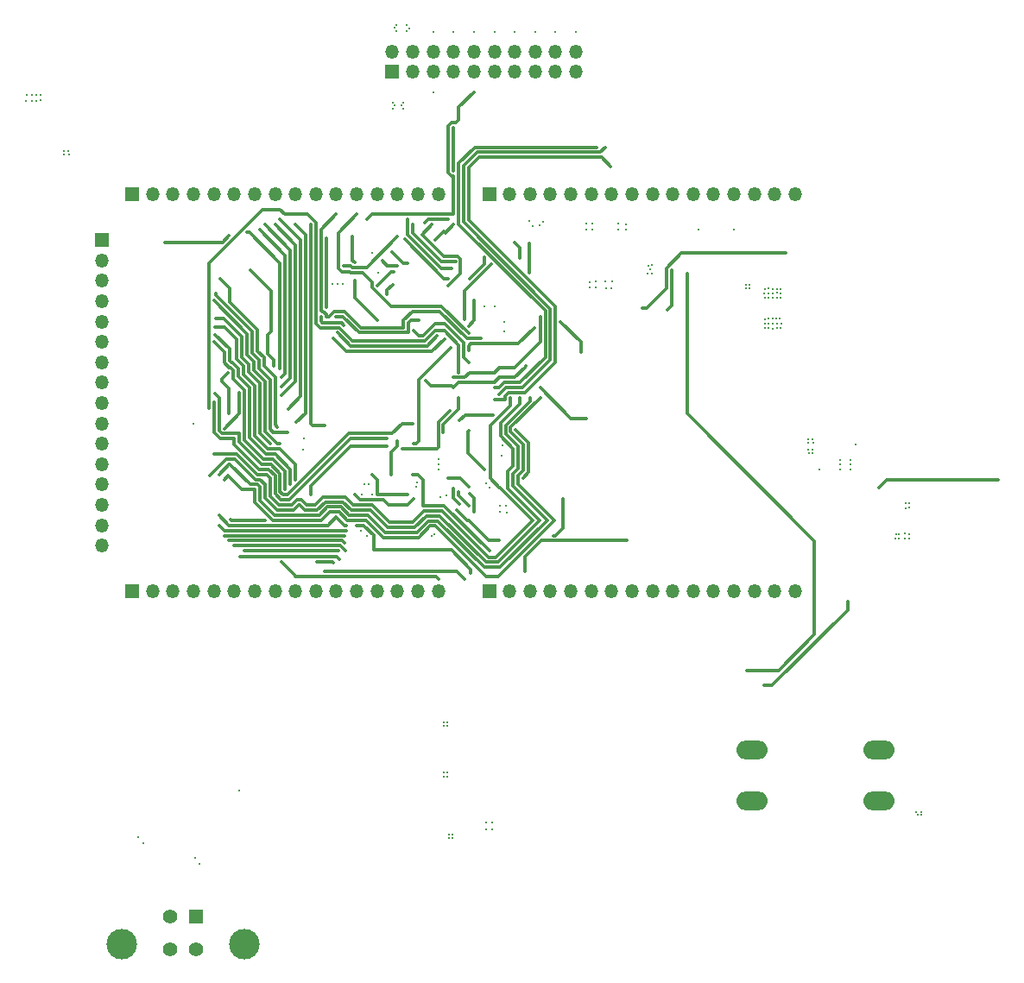
<source format=gbr>
%TF.GenerationSoftware,KiCad,Pcbnew,7.0.6*%
%TF.CreationDate,2023-08-18T22:01:19-04:00*%
%TF.ProjectId,mcu design,6d637520-6465-4736-9967-6e2e6b696361,rev?*%
%TF.SameCoordinates,Original*%
%TF.FileFunction,Copper,L4,Bot*%
%TF.FilePolarity,Positive*%
%FSLAX46Y46*%
G04 Gerber Fmt 4.6, Leading zero omitted, Abs format (unit mm)*
G04 Created by KiCad (PCBNEW 7.0.6) date 2023-08-18 22:01:19*
%MOMM*%
%LPD*%
G01*
G04 APERTURE LIST*
%TA.AperFunction,ComponentPad*%
%ADD10R,1.350000X1.350000*%
%TD*%
%TA.AperFunction,ComponentPad*%
%ADD11O,1.350000X1.350000*%
%TD*%
%TA.AperFunction,ComponentPad*%
%ADD12R,1.400000X1.400000*%
%TD*%
%TA.AperFunction,ComponentPad*%
%ADD13C,1.400000*%
%TD*%
%TA.AperFunction,ComponentPad*%
%ADD14C,3.000000*%
%TD*%
%TA.AperFunction,ComponentPad*%
%ADD15O,3.048000X1.850000*%
%TD*%
%TA.AperFunction,ViaPad*%
%ADD16C,0.300000*%
%TD*%
%TA.AperFunction,Conductor*%
%ADD17C,0.300000*%
%TD*%
G04 APERTURE END LIST*
D10*
%TO.P,J10,1,Pin_1*%
%TO.N,+3V3*%
X65500000Y-27000000D03*
D11*
%TO.P,J10,2,Pin_2*%
X65500000Y-25000000D03*
%TO.P,J10,3,Pin_3*%
%TO.N,GND*%
X67500000Y-27000000D03*
%TO.P,J10,4,Pin_4*%
X67500000Y-25000000D03*
%TO.P,J10,5,Pin_5*%
X69500000Y-27000000D03*
%TO.P,J10,6,Pin_6*%
X69500000Y-25000000D03*
%TO.P,J10,7,Pin_7*%
%TO.N,SWDIO*%
X71500000Y-27000000D03*
%TO.P,J10,8,Pin_8*%
%TO.N,GND*%
X71500000Y-25000000D03*
%TO.P,J10,9,Pin_9*%
%TO.N,SWDCLK*%
X73500000Y-27000000D03*
%TO.P,J10,10,Pin_10*%
%TO.N,GND*%
X73500000Y-25000000D03*
%TO.P,J10,11,Pin_11*%
%TO.N,unconnected-(J10-Pin_11-Pad11)*%
X75500000Y-27000000D03*
%TO.P,J10,12,Pin_12*%
%TO.N,GND*%
X75500000Y-25000000D03*
%TO.P,J10,13,Pin_13*%
%TO.N,unconnected-(J10-Pin_13-Pad13)*%
X77500000Y-27000000D03*
%TO.P,J10,14,Pin_14*%
%TO.N,GND*%
X77500000Y-25000000D03*
%TO.P,J10,15,Pin_15*%
%TO.N,NRST*%
X79500000Y-27000000D03*
%TO.P,J10,16,Pin_16*%
%TO.N,GND*%
X79500000Y-25000000D03*
%TO.P,J10,17,Pin_17*%
%TO.N,unconnected-(J10-Pin_17-Pad17)*%
X81500000Y-27000000D03*
%TO.P,J10,18,Pin_18*%
%TO.N,GND*%
X81500000Y-25000000D03*
%TO.P,J10,19,Pin_19*%
%TO.N,unconnected-(J10-Pin_19-Pad19)*%
X83500000Y-27000000D03*
%TO.P,J10,20,Pin_20*%
%TO.N,GND*%
X83500000Y-25000000D03*
%TD*%
D10*
%TO.P,J16,1,Pin_1*%
%TO.N,PORTB{slash}PIN0*%
X40000000Y-39000000D03*
D11*
%TO.P,J16,2,Pin_2*%
%TO.N,PORTB{slash}PIN1*%
X42000000Y-39000000D03*
%TO.P,J16,3,Pin_3*%
%TO.N,PORTB{slash}PIN2*%
X44000000Y-39000000D03*
%TO.P,J16,4,Pin_4*%
%TO.N,PORTB{slash}PIN3*%
X46000000Y-39000000D03*
%TO.P,J16,5,Pin_5*%
%TO.N,PORTB{slash}PIN4*%
X48000000Y-39000000D03*
%TO.P,J16,6,Pin_6*%
%TO.N,PORTB{slash}PIN5*%
X50000000Y-39000000D03*
%TO.P,J16,7,Pin_7*%
%TO.N,PORTB{slash}PIN6*%
X52000000Y-39000000D03*
%TO.P,J16,8,Pin_8*%
%TO.N,PORTB{slash}PIN7*%
X54000000Y-39000000D03*
%TO.P,J16,9,Pin_9*%
%TO.N,PORTB{slash}PIN8*%
X56000000Y-39000000D03*
%TO.P,J16,10,Pin_10*%
%TO.N,PORTB{slash}PIN9*%
X58000000Y-39000000D03*
%TO.P,J16,11,Pin_11*%
%TO.N,PORTB{slash}PIN10*%
X60000000Y-39000000D03*
%TO.P,J16,12,Pin_12*%
%TO.N,PORTB{slash}PIN11*%
X62000000Y-39000000D03*
%TO.P,J16,13,Pin_13*%
%TO.N,PORTB{slash}PIN12*%
X64000000Y-39000000D03*
%TO.P,J16,14,Pin_14*%
%TO.N,PORTB{slash}PIN13*%
X66000000Y-39000000D03*
%TO.P,J16,15,Pin_15*%
%TO.N,PORTB{slash}PIN14*%
X68000000Y-39000000D03*
%TO.P,J16,16,Pin_16*%
%TO.N,PORTB{slash}PIN15*%
X70000000Y-39000000D03*
%TD*%
D10*
%TO.P,J11,1,Pin_1*%
%TO.N,PORTE{slash}PIN0*%
X37000000Y-43500000D03*
D11*
%TO.P,J11,2,Pin_2*%
%TO.N,PORTE{slash}PIN1*%
X37000000Y-45500000D03*
%TO.P,J11,3,Pin_3*%
%TO.N,PORTE{slash}PIN2*%
X37000000Y-47500000D03*
%TO.P,J11,4,Pin_4*%
%TO.N,PORTE{slash}PIN3*%
X37000000Y-49500000D03*
%TO.P,J11,5,Pin_5*%
%TO.N,PORTE{slash}PIN4*%
X37000000Y-51500000D03*
%TO.P,J11,6,Pin_6*%
%TO.N,PORTE{slash}PIN5*%
X37000000Y-53500000D03*
%TO.P,J11,7,Pin_7*%
%TO.N,PORTE{slash}PIN6*%
X37000000Y-55500000D03*
%TO.P,J11,8,Pin_8*%
%TO.N,PORTE{slash}PIN7*%
X37000000Y-57500000D03*
%TO.P,J11,9,Pin_9*%
%TO.N,PORTE{slash}PIN8*%
X37000000Y-59500000D03*
%TO.P,J11,10,Pin_10*%
%TO.N,PORTE{slash}PIN9*%
X37000000Y-61500000D03*
%TO.P,J11,11,Pin_11*%
%TO.N,PORTE{slash}PIN10*%
X37000000Y-63500000D03*
%TO.P,J11,12,Pin_12*%
%TO.N,PORTE{slash}PIN11*%
X37000000Y-65500000D03*
%TO.P,J11,13,Pin_13*%
%TO.N,PORTE{slash}PIN12*%
X37000000Y-67500000D03*
%TO.P,J11,14,Pin_14*%
%TO.N,PORTE{slash}PIN13*%
X37000000Y-69500000D03*
%TO.P,J11,15,Pin_15*%
%TO.N,PORTE{slash}PIN14*%
X37000000Y-71500000D03*
%TO.P,J11,16,Pin_16*%
%TO.N,PORTE{slash}PIN15*%
X37000000Y-73500000D03*
%TD*%
D12*
%TO.P,J12,1,VBUS*%
%TO.N,+5V*%
X46230000Y-109890000D03*
D13*
%TO.P,J12,2,D-*%
%TO.N,Net-(J12-D-)*%
X43730000Y-109890000D03*
%TO.P,J12,3,D+*%
%TO.N,Net-(J12-D+)*%
X43730000Y-113090000D03*
%TO.P,J12,4,GND*%
%TO.N,GND*%
X46230000Y-113090000D03*
D14*
%TO.P,J12,5,Shield*%
%TO.N,unconnected-(J12-Shield-Pad5)*%
X38960000Y-112600000D03*
X51000000Y-112600000D03*
%TD*%
D15*
%TO.P,SW4,1,1*%
%TO.N,Net-(R7-Pad2)*%
X100760000Y-93500000D03*
X113260000Y-93500000D03*
%TO.P,SW4,2,2*%
%TO.N,GND*%
X100760000Y-98500000D03*
X113260000Y-98500000D03*
%TD*%
D10*
%TO.P,J2,1,Pin_1*%
%TO.N,unconnected-(J2-Pin_1-Pad1)*%
X75000000Y-39000000D03*
D11*
%TO.P,J2,2,Pin_2*%
%TO.N,unconnected-(J2-Pin_2-Pad2)*%
X77000000Y-39000000D03*
%TO.P,J2,3,Pin_3*%
%TO.N,3V3*%
X79000000Y-39000000D03*
%TO.P,J2,4,Pin_4*%
%TO.N,unconnected-(J2-Pin_4-Pad4)*%
X81000000Y-39000000D03*
%TO.P,J2,5,Pin_5*%
%TO.N,Net-(J2-Pin_5)*%
X83000000Y-39000000D03*
%TO.P,J2,6,Pin_6*%
%TO.N,unconnected-(J2-Pin_6-Pad6)*%
X85000000Y-39000000D03*
%TO.P,J2,7,Pin_7*%
%TO.N,unconnected-(J2-Pin_7-Pad7)*%
X87000000Y-39000000D03*
%TO.P,J2,8,Pin_8*%
%TO.N,unconnected-(J2-Pin_8-Pad8)*%
X89000000Y-39000000D03*
%TO.P,J2,9,Pin_9*%
%TO.N,unconnected-(J2-Pin_9-Pad9)*%
X91000000Y-39000000D03*
%TO.P,J2,10,Pin_10*%
%TO.N,unconnected-(J2-Pin_10-Pad10)*%
X93000000Y-39000000D03*
%TO.P,J2,11,Pin_11*%
%TO.N,GND*%
X95000000Y-39000000D03*
%TO.P,J2,12,Pin_12*%
%TO.N,unconnected-(J2-Pin_12-Pad12)*%
X97000000Y-39000000D03*
%TO.P,J2,13,Pin_13*%
%TO.N,GND*%
X99000000Y-39000000D03*
%TO.P,J2,14,Pin_14*%
%TO.N,unconnected-(J2-Pin_14-Pad14)*%
X101000000Y-39000000D03*
%TO.P,J2,15,Pin_15*%
%TO.N,unconnected-(J2-Pin_15-Pad15)*%
X103000000Y-39000000D03*
%TO.P,J2,16,Pin_16*%
%TO.N,unconnected-(J2-Pin_16-Pad16)*%
X105000000Y-39000000D03*
%TD*%
D10*
%TO.P,J13,1,Pin_1*%
%TO.N,PORTC{slash}PIN0*%
X75000000Y-78000000D03*
D11*
%TO.P,J13,2,Pin_2*%
%TO.N,PORTC{slash}PIN1*%
X77000000Y-78000000D03*
%TO.P,J13,3,Pin_3*%
%TO.N,PORTC{slash}PIN2*%
X79000000Y-78000000D03*
%TO.P,J13,4,Pin_4*%
%TO.N,PORTC{slash}PIN3*%
X81000000Y-78000000D03*
%TO.P,J13,5,Pin_5*%
%TO.N,PORTC{slash}PIN4*%
X83000000Y-78000000D03*
%TO.P,J13,6,Pin_6*%
%TO.N,PORTC{slash}PIN5*%
X85000000Y-78000000D03*
%TO.P,J13,7,Pin_7*%
%TO.N,PORTC{slash}PIN6*%
X87000000Y-78000000D03*
%TO.P,J13,8,Pin_8*%
%TO.N,PORTC{slash}PIN7*%
X89000000Y-78000000D03*
%TO.P,J13,9,Pin_9*%
%TO.N,PORTC{slash}PIN8*%
X91000000Y-78000000D03*
%TO.P,J13,10,Pin_10*%
%TO.N,PORTC{slash}PIN9*%
X93000000Y-78000000D03*
%TO.P,J13,11,Pin_11*%
%TO.N,PORTC{slash}PIN10*%
X95000000Y-78000000D03*
%TO.P,J13,12,Pin_12*%
%TO.N,PORTC{slash}PIN11*%
X97000000Y-78000000D03*
%TO.P,J13,13,Pin_13*%
%TO.N,PORTC{slash}PIN12*%
X99000000Y-78000000D03*
%TO.P,J13,14,Pin_14*%
%TO.N,PORTC{slash}PIN13*%
X101000000Y-78000000D03*
%TO.P,J13,15,Pin_15*%
%TO.N,PORTC{slash}PIN14*%
X103000000Y-78000000D03*
%TO.P,J13,16,Pin_16*%
%TO.N,PORTC{slash}PIN15*%
X105000000Y-78000000D03*
%TD*%
D10*
%TO.P,J15,1,Pin_1*%
%TO.N,PORTA{slash}PIN0*%
X40000000Y-78000000D03*
D11*
%TO.P,J15,2,Pin_2*%
%TO.N,PORTA{slash}PIN1*%
X42000000Y-78000000D03*
%TO.P,J15,3,Pin_3*%
%TO.N,PORTA{slash}PIN2*%
X44000000Y-78000000D03*
%TO.P,J15,4,Pin_4*%
%TO.N,PORTA{slash}PIN3*%
X46000000Y-78000000D03*
%TO.P,J15,5,Pin_5*%
%TO.N,PORTA{slash}PIN4*%
X48000000Y-78000000D03*
%TO.P,J15,6,Pin_6*%
%TO.N,PORTA{slash}PIN5*%
X50000000Y-78000000D03*
%TO.P,J15,7,Pin_7*%
%TO.N,PORTA{slash}PIN6*%
X52000000Y-78000000D03*
%TO.P,J15,8,Pin_8*%
%TO.N,PORTA{slash}PIN7*%
X54000000Y-78000000D03*
%TO.P,J15,9,Pin_9*%
%TO.N,PORTA{slash}PIN8*%
X56000000Y-78000000D03*
%TO.P,J15,10,Pin_10*%
%TO.N,unconnected-(J15-Pin_10-Pad10)*%
X58000000Y-78000000D03*
%TO.P,J15,11,Pin_11*%
%TO.N,unconnected-(J15-Pin_11-Pad11)*%
X60000000Y-78000000D03*
%TO.P,J15,12,Pin_12*%
%TO.N,PORTA{slash}PIN11*%
X62000000Y-78000000D03*
%TO.P,J15,13,Pin_13*%
%TO.N,PORTA{slash}PIN12*%
X64000000Y-78000000D03*
%TO.P,J15,14,Pin_14*%
%TO.N,unconnected-(J15-Pin_14-Pad14)*%
X66000000Y-78000000D03*
%TO.P,J15,15,Pin_15*%
%TO.N,unconnected-(J15-Pin_15-Pad15)*%
X68000000Y-78000000D03*
%TO.P,J15,16,Pin_16*%
%TO.N,PORTA{slash}PIN15*%
X70000000Y-78000000D03*
%TD*%
D16*
%TO.N,GND*%
X116170000Y-72770000D03*
X60142000Y-47800000D03*
X99840000Y-97820000D03*
X75290000Y-101360000D03*
X74710000Y-100670000D03*
X75500000Y-23100000D03*
X110400000Y-65550000D03*
X45840000Y-113520000D03*
X46120000Y-104100000D03*
X99800000Y-98200000D03*
X62980000Y-72520000D03*
X60642000Y-47800000D03*
X112430000Y-99150000D03*
X117400000Y-99600000D03*
X75500000Y-50000000D03*
X103210000Y-48700000D03*
X110900000Y-63550000D03*
X103210000Y-48290000D03*
X102050000Y-49210000D03*
X103540000Y-48290000D03*
X46710000Y-113460000D03*
X87670000Y-41910000D03*
X101660000Y-97810000D03*
X83500000Y-23100000D03*
X114190000Y-99090000D03*
X56790000Y-62930000D03*
X30130000Y-29300000D03*
X85080000Y-42500000D03*
X29620000Y-29300000D03*
X67800000Y-67700000D03*
X112260000Y-98780000D03*
X66900000Y-22400000D03*
X117000000Y-99900000D03*
X115820000Y-69790000D03*
X100500000Y-48280000D03*
X114280000Y-98140000D03*
X106290000Y-63390000D03*
X74700000Y-101360000D03*
X106290000Y-63090000D03*
X90970000Y-45920000D03*
X116210000Y-69780000D03*
X106750000Y-63400000D03*
X107400000Y-66050000D03*
X117400000Y-99900000D03*
X101670000Y-99120000D03*
X87670000Y-42520000D03*
X116900000Y-99600000D03*
X114310000Y-98670000D03*
X69500000Y-29000000D03*
X67900000Y-67300000D03*
X41040000Y-102650000D03*
X99000000Y-42500000D03*
X87020000Y-47590000D03*
X30580000Y-29310000D03*
X69340000Y-72550000D03*
X66560000Y-30000000D03*
X70000000Y-65500000D03*
X86400000Y-47600000D03*
X101980000Y-48730000D03*
X101820000Y-98240000D03*
X87000000Y-48210000D03*
X90560000Y-46830000D03*
X73500000Y-23100000D03*
X76730000Y-70230000D03*
X70000000Y-66000000D03*
X112220000Y-98310000D03*
X101830000Y-98710000D03*
X114000000Y-97780000D03*
X109400000Y-65050000D03*
X75310000Y-100680000D03*
X30970000Y-29270000D03*
X110400000Y-65050000D03*
X46830000Y-113070000D03*
X103550000Y-49180000D03*
X50500000Y-97500000D03*
X80280000Y-41740000D03*
X85070000Y-41880000D03*
X102840000Y-48290000D03*
X45630000Y-113090000D03*
X62450000Y-72010000D03*
X69500000Y-23100000D03*
X81500000Y-23100000D03*
X70000000Y-65000000D03*
X106720000Y-63090000D03*
X102420000Y-49180000D03*
X40560000Y-102060000D03*
X66900000Y-23000000D03*
X102390000Y-48720000D03*
X115800000Y-72320000D03*
X75030000Y-67810000D03*
X79940000Y-42080000D03*
X71500000Y-23100000D03*
X66560000Y-30600000D03*
X99740000Y-98650000D03*
X110400000Y-66050000D03*
X62500000Y-68500000D03*
X115830000Y-69340000D03*
X88380000Y-42490000D03*
X88390000Y-41940000D03*
X102810000Y-48710000D03*
X66360000Y-30330000D03*
X77500000Y-23100000D03*
X99870000Y-99110000D03*
X74670000Y-67360000D03*
X102050000Y-48290000D03*
X30550000Y-29850000D03*
X30990000Y-29820000D03*
X116190000Y-72350000D03*
X46200000Y-112500000D03*
X102810000Y-49180000D03*
X115800000Y-72800000D03*
X100510000Y-47900000D03*
X102400000Y-48280000D03*
X86450000Y-48220000D03*
X100190000Y-48270000D03*
X76670000Y-69550000D03*
X67180000Y-22730000D03*
X46220000Y-113670000D03*
X95500000Y-42500000D03*
X46620000Y-104680000D03*
X76090000Y-69590000D03*
X84520000Y-41880000D03*
X90740000Y-46380000D03*
X112290000Y-97900000D03*
X109400000Y-66050000D03*
X100190000Y-47890000D03*
X103590000Y-48710000D03*
X76260000Y-64650000D03*
X29570000Y-29840000D03*
X45790000Y-112700000D03*
X90950000Y-46810000D03*
X84510000Y-42500000D03*
X103230000Y-49180000D03*
X63500000Y-68500000D03*
X30140000Y-29830000D03*
X76500000Y-52500000D03*
X116200000Y-69320000D03*
X90570000Y-46020000D03*
X46660000Y-112670000D03*
X79500000Y-23100000D03*
X76050000Y-70180000D03*
X69640000Y-72370000D03*
X109400000Y-65550000D03*
%TO.N,Net-(U3-SW)*%
X92480000Y-50350000D03*
X92880000Y-46460000D03*
%TO.N,RESETSW*%
X104060000Y-44780000D03*
X89980000Y-50200000D03*
X124940000Y-67060000D03*
X113240000Y-67790000D03*
%TO.N,+3V3*%
X65560000Y-30600000D03*
X102830000Y-51690000D03*
X114830000Y-72790000D03*
X33320000Y-34740000D03*
X102420000Y-52170000D03*
X115180000Y-72380000D03*
X33320000Y-35100000D03*
X71020000Y-101830000D03*
X76270000Y-63630000D03*
X102410000Y-51210000D03*
X76500000Y-51500000D03*
X102050000Y-52140000D03*
X63520000Y-44750000D03*
X56730000Y-64040000D03*
X65560000Y-30000000D03*
X103520000Y-51220000D03*
X65740000Y-30310000D03*
X70210000Y-68760000D03*
X74500000Y-50000000D03*
X70520000Y-95780000D03*
X106310000Y-64070000D03*
X103190000Y-52170000D03*
X64070000Y-46750000D03*
X103150000Y-51210000D03*
X65900000Y-23000000D03*
X71030000Y-102160000D03*
X71380000Y-102160000D03*
X103610000Y-51680000D03*
X102800000Y-52200000D03*
X102790000Y-51190000D03*
X70910000Y-96200000D03*
X103550000Y-52160000D03*
X115160000Y-72780000D03*
X106340000Y-64380000D03*
X70530000Y-91200000D03*
X63220000Y-67490000D03*
X33770000Y-35100000D03*
X59642000Y-47800000D03*
X114870000Y-72370000D03*
X70890000Y-90800000D03*
X70910000Y-91200000D03*
X70830000Y-68530000D03*
X65900000Y-22400000D03*
X106710000Y-64090000D03*
X59142000Y-47800000D03*
X102400000Y-51690000D03*
X65680000Y-22680000D03*
X70550000Y-90790000D03*
X33710000Y-34740000D03*
X70520000Y-96200000D03*
X62730000Y-67490000D03*
X71400000Y-101820000D03*
X70870000Y-95780000D03*
X106720000Y-64410000D03*
X103230000Y-51720000D03*
X102000000Y-51670000D03*
X102020000Y-51260000D03*
%TO.N,Net-(U1-PA9)*%
X64040000Y-47980000D03*
X65650000Y-46650000D03*
%TO.N,Net-(D2-K)*%
X101920000Y-87180000D03*
X110130000Y-79010000D03*
%TO.N,Net-(U1-PA10)*%
X66000000Y-46000000D03*
X64500000Y-45500000D03*
%TO.N,PORTE{slash}PIN3*%
X53505519Y-63500882D03*
X48200000Y-51220000D03*
%TO.N,PORTE{slash}PIN1*%
X48180000Y-48730000D03*
X55230000Y-62403000D03*
%TO.N,PORTB{slash}PIN8*%
X56080000Y-61403500D03*
X56000000Y-42000000D03*
%TO.N,Net-(SW2-B)*%
X49498247Y-43088246D03*
X51610000Y-46450000D03*
X43240000Y-43720000D03*
X53850000Y-55900000D03*
%TO.N,PORTB{slash}PIN4*%
X52500000Y-42500000D03*
X54668906Y-56961094D03*
%TO.N,PORTB{slash}PIN3*%
X54500000Y-56100000D03*
X51249646Y-42749648D03*
%TO.N,PORTA{slash}PIN15*%
X54664835Y-75095250D03*
X70000000Y-76800000D03*
%TO.N,SWDCLK*%
X63000000Y-41500000D03*
X59055743Y-50142294D03*
X59000000Y-43292893D03*
X73500000Y-29000000D03*
%TO.N,SWDIO*%
X68700000Y-41800000D03*
X71500929Y-36719685D03*
X66000000Y-43200000D03*
X71000000Y-41500000D03*
X60699500Y-46025446D03*
X71500000Y-32500000D03*
%TO.N,PORTE{slash}PIN4*%
X56000000Y-67000000D03*
X48140000Y-52070000D03*
%TO.N,PORTE{slash}PIN2*%
X54500000Y-63500000D03*
X48000000Y-49460000D03*
%TO.N,PORTB{slash}PIN9*%
X57500000Y-42000000D03*
X58825000Y-61675000D03*
%TO.N,PORTB{slash}PIN7*%
X54500000Y-41500000D03*
X55270000Y-60060000D03*
%TO.N,PORTB{slash}PIN6*%
X54000000Y-42000000D03*
X54650000Y-58730000D03*
%TO.N,PORTC{slash}PIN12*%
X67000000Y-45800000D03*
X78000000Y-45299500D03*
X69700000Y-43500000D03*
X64000000Y-51400000D03*
X61800000Y-45700000D03*
X71500000Y-42000000D03*
X77514109Y-43786391D03*
X61600000Y-43200000D03*
X65500000Y-44700000D03*
X61800000Y-47500000D03*
%TO.N,PORTC{slash}PIN10*%
X60100000Y-52600000D03*
X73010287Y-54300000D03*
X79399500Y-52105225D03*
X69900000Y-52900000D03*
%TO.N,PORTC{slash}PIN13*%
X67000000Y-68500000D03*
X76000000Y-72922282D03*
X88500000Y-73000000D03*
X63500000Y-66500000D03*
X78500000Y-76000000D03*
X71853351Y-70000500D03*
%TO.N,PORTE{slash}PIN5*%
X55500000Y-67500000D03*
X48110000Y-52780000D03*
%TO.N,PORTE{slash}PIN0*%
X48580000Y-47280000D03*
X54230000Y-61850000D03*
%TO.N,PORTB{slash}PIN5*%
X53000000Y-42000000D03*
X54610000Y-57900000D03*
%TO.N,PORTC{slash}PIN11*%
X70600000Y-53200000D03*
X75213859Y-45886141D03*
X72600000Y-51300000D03*
X59726041Y-53175000D03*
%TO.N,PORTC{slash}PIN14*%
X68793247Y-57293247D03*
X78614380Y-55885620D03*
X84500000Y-61000000D03*
X80000000Y-58000000D03*
%TO.N,PORTE{slash}PIN6*%
X48010000Y-53490000D03*
X55000000Y-68000000D03*
%TO.N,PORTC{slash}PIN9*%
X65000000Y-48800000D03*
X65514213Y-47900000D03*
%TO.N,PORTC{slash}PIN15*%
X71500000Y-57000000D03*
X84000000Y-54500000D03*
X82000000Y-51500000D03*
X80000000Y-51000000D03*
%TO.N,PORTC{slash}PIN0*%
X67500000Y-66500000D03*
X75000987Y-74001690D03*
%TO.N,NRST*%
X73046800Y-47346800D03*
X67605512Y-63500889D03*
X78900000Y-43800000D03*
X78900000Y-46700000D03*
X72965700Y-51934300D03*
X74513859Y-45186141D03*
X71200000Y-54100000D03*
X73500000Y-49400000D03*
%TO.N,PORTC{slash}PIN1*%
X58900000Y-75975500D03*
X72600000Y-76800000D03*
X65348500Y-66500000D03*
X66000000Y-63200500D03*
%TO.N,PORTC{slash}PIN2*%
X72100000Y-61200500D03*
X75386141Y-60675500D03*
%TO.N,PORTC{slash}PIN3*%
X67600000Y-68899500D03*
X58100000Y-75095250D03*
X62000000Y-71500000D03*
X59700000Y-75200000D03*
X61800000Y-68500000D03*
X73200000Y-76200000D03*
%TO.N,PORTA{slash}PIN2*%
X60802823Y-72500000D03*
X49000000Y-72500000D03*
X73500000Y-70140000D03*
X73080000Y-68379179D03*
%TO.N,PORTA{slash}PIN5*%
X60181505Y-74000000D03*
X51000000Y-74000000D03*
%TO.N,PORTB{slash}PIN15*%
X69400000Y-41999500D03*
X70999099Y-48000901D03*
%TO.N,PORTB{slash}PIN14*%
X70999099Y-47294501D03*
X66716068Y-43422468D03*
%TO.N,PORTB{slash}PIN13*%
X71293600Y-46293600D03*
X67000000Y-41500500D03*
%TO.N,PORTA{slash}PIN0*%
X72108907Y-69401093D03*
X71500000Y-67880000D03*
X48500000Y-70500000D03*
X61000000Y-71500000D03*
%TO.N,PORTA{slash}PIN3*%
X60797858Y-73202142D03*
X49500000Y-73000000D03*
%TO.N,PORTA{slash}PIN6*%
X82200000Y-68907106D03*
X60285427Y-74810323D03*
X78335566Y-66835566D03*
X81294501Y-72499099D03*
X50595750Y-74595750D03*
X77603200Y-62103200D03*
%TO.N,PORTB{slash}PIN2*%
X85500000Y-34400000D03*
X75500000Y-58000000D03*
%TO.N,PORTE{slash}PIN8*%
X65000000Y-62999500D03*
X72000000Y-59000000D03*
X48000000Y-59400000D03*
X70499141Y-62407819D03*
%TO.N,PORTE{slash}PIN10*%
X49399500Y-56500000D03*
X68103450Y-51397050D03*
X59998337Y-51000957D03*
X49500000Y-60500000D03*
%TO.N,PORTE{slash}PIN12*%
X77066381Y-59022127D03*
X48000000Y-64500000D03*
%TO.N,PORTB{slash}PIN10*%
X74175000Y-53175000D03*
X60000000Y-41000000D03*
%TO.N,PORTB{slash}PIN11*%
X62000000Y-41000000D03*
X73000000Y-52675000D03*
%TO.N,PORTB{slash}PIN12*%
X71690400Y-45600000D03*
X67500000Y-42000000D03*
%TO.N,+3.3VA*%
X70990000Y-66850000D03*
X72999500Y-67683246D03*
%TO.N,PORTA{slash}PIN1*%
X72040000Y-68250000D03*
X61000000Y-72000000D03*
X48500000Y-71500000D03*
X73000000Y-69585786D03*
%TO.N,PORTA{slash}PIN4*%
X73000000Y-62200000D03*
X60902534Y-74013924D03*
X50000000Y-73500000D03*
X74500000Y-66000000D03*
%TO.N,PORTA{slash}PIN7*%
X57500000Y-68500000D03*
X71100000Y-60300000D03*
X49603200Y-70896800D03*
X66500000Y-64000000D03*
X65000000Y-63700000D03*
X53051866Y-71000904D03*
%TO.N,PORTB{slash}PIN0*%
X86900000Y-36300000D03*
X75500000Y-59174500D03*
%TO.N,PORTB{slash}PIN1*%
X76000000Y-58675000D03*
X86400500Y-34400000D03*
%TO.N,PORTE{slash}PIN7*%
X48100000Y-58600000D03*
X67500000Y-61500000D03*
%TO.N,PORTE{slash}PIN9*%
X72000000Y-56500000D03*
X47500000Y-60000000D03*
X46000000Y-61500000D03*
%TO.N,PORTE{slash}PIN11*%
X49000000Y-62000000D03*
X67600000Y-52400000D03*
X50500500Y-58494775D03*
X73000000Y-55500000D03*
X58500000Y-51000000D03*
X60767085Y-51853579D03*
%TO.N,PORTE{slash}PIN13*%
X78000000Y-59000000D03*
X47603200Y-66603200D03*
%TO.N,PORTE{slash}PIN14*%
X48500000Y-66500000D03*
X79000000Y-59000000D03*
%TO.N,PORTE{slash}PIN15*%
X49000000Y-67000000D03*
X80000000Y-59000000D03*
%TO.N,Net-(Q1-S)*%
X94380000Y-46770000D03*
X100290000Y-85710000D03*
%TO.N,3V3*%
X84860000Y-48190000D03*
X85440000Y-47580000D03*
X84860000Y-47620000D03*
X85420000Y-48190000D03*
X79300000Y-42130000D03*
X78920000Y-41670000D03*
%TD*%
D17*
%TO.N,Net-(U3-SW)*%
X92880000Y-46460000D02*
X92880000Y-49950000D01*
X92880000Y-49950000D02*
X92480000Y-50350000D01*
%TO.N,RESETSW*%
X90450000Y-50200000D02*
X89980000Y-50200000D01*
X92380000Y-46252893D02*
X92380000Y-48270000D01*
X93852893Y-44780000D02*
X92380000Y-46252893D01*
X124940000Y-67060000D02*
X113970000Y-67060000D01*
X92380000Y-48270000D02*
X90450000Y-50200000D01*
X113970000Y-67060000D02*
X113240000Y-67790000D01*
X104060000Y-44780000D02*
X93852893Y-44780000D01*
%TO.N,Net-(U1-PA9)*%
X65650000Y-46650000D02*
X65370000Y-46650000D01*
X65370000Y-46650000D02*
X64040000Y-47980000D01*
%TO.N,Net-(D2-K)*%
X101920000Y-87180000D02*
X102730000Y-87180000D01*
X102730000Y-87180000D02*
X110130000Y-79780000D01*
X110130000Y-79780000D02*
X110130000Y-79010000D01*
%TO.N,Net-(U1-PA10)*%
X66000000Y-46000000D02*
X65000000Y-46000000D01*
X65000000Y-46000000D02*
X64500000Y-45500000D01*
%TO.N,PORTE{slash}PIN3*%
X51399500Y-56488182D02*
X51399500Y-55671574D01*
X53505519Y-63500882D02*
X52500000Y-62495363D01*
X48937106Y-51220000D02*
X48200000Y-51220000D01*
X51399500Y-55671574D02*
X50730000Y-55002074D01*
X50730000Y-55002074D02*
X50730000Y-53012894D01*
X52500000Y-62495363D02*
X52500000Y-57588682D01*
X52500000Y-57588682D02*
X51399500Y-56488182D01*
X50730000Y-53012894D02*
X48937106Y-51220000D01*
%TO.N,PORTE{slash}PIN1*%
X51730000Y-52482893D02*
X48180000Y-48932894D01*
X48180000Y-48932894D02*
X48180000Y-48730000D01*
X51730000Y-54587860D02*
X51730000Y-52482893D01*
X53500000Y-57174469D02*
X52399500Y-56073970D01*
X52399500Y-55257360D02*
X51730000Y-54587860D01*
X53821849Y-62403000D02*
X53500000Y-62081151D01*
X55230000Y-62403000D02*
X53821849Y-62403000D01*
X53500000Y-62081151D02*
X53500000Y-57174469D01*
X52399500Y-56073970D02*
X52399500Y-55257360D01*
%TO.N,PORTB{slash}PIN8*%
X57000000Y-60483500D02*
X57000000Y-43000000D01*
X57000000Y-43000000D02*
X56000000Y-42000000D01*
X56080000Y-61403500D02*
X57000000Y-60483500D01*
%TO.N,Net-(SW2-B)*%
X53620000Y-52470000D02*
X53270000Y-52820000D01*
X53270000Y-54713646D02*
X53850000Y-55293646D01*
X43240000Y-43720000D02*
X48866493Y-43720000D01*
X53620000Y-48460000D02*
X53620000Y-52470000D01*
X53270000Y-52820000D02*
X53270000Y-54713646D01*
X53850000Y-55293646D02*
X53850000Y-55900000D01*
X51610000Y-46450000D02*
X53620000Y-48460000D01*
X48866493Y-43720000D02*
X49498247Y-43088246D01*
%TO.N,PORTB{slash}PIN4*%
X54668906Y-56961094D02*
X55000000Y-56630000D01*
X55000000Y-56630000D02*
X55000000Y-45000000D01*
X55000000Y-45000000D02*
X52500000Y-42500000D01*
%TO.N,PORTB{slash}PIN3*%
X54500000Y-56100000D02*
X54500000Y-45792894D01*
X51456754Y-42749648D02*
X51249646Y-42749648D01*
X54500000Y-45792894D02*
X51456754Y-42749648D01*
%TO.N,PORTA{slash}PIN15*%
X56000000Y-76500000D02*
X56000000Y-76430415D01*
X70000000Y-76800000D02*
X69749500Y-76549500D01*
X69749500Y-76549500D02*
X56049500Y-76549500D01*
X56000000Y-76430415D02*
X54664835Y-75095250D01*
X56049500Y-76549500D02*
X56000000Y-76500000D01*
%TO.N,SWDCLK*%
X63000000Y-41500000D02*
X63500000Y-41000000D01*
X71500000Y-37219685D02*
X71293823Y-37219685D01*
X71293823Y-37219685D02*
X71000000Y-36925862D01*
X71707107Y-32000000D02*
X72000000Y-31707107D01*
X71500000Y-41000000D02*
X71500000Y-37219685D01*
X72000000Y-30500000D02*
X73500000Y-29000000D01*
X71292893Y-32000000D02*
X71707107Y-32000000D01*
X59000000Y-50086551D02*
X59000000Y-43292893D01*
X71000000Y-32292893D02*
X71292893Y-32000000D01*
X72000000Y-31707107D02*
X72000000Y-30500000D01*
X59055743Y-50142294D02*
X59000000Y-50086551D01*
X63500000Y-41000000D02*
X71500000Y-41000000D01*
X71000000Y-36925862D02*
X71000000Y-32292893D01*
%TO.N,SWDIO*%
X71000000Y-41500000D02*
X69000000Y-41500000D01*
X71500929Y-36719685D02*
X71500000Y-36718756D01*
X60699500Y-46025446D02*
X61418340Y-46025446D01*
X71500000Y-36718756D02*
X71500000Y-32500000D01*
X69000000Y-41500000D02*
X68700000Y-41800000D01*
X63000000Y-46200000D02*
X66000000Y-43200000D01*
X61418340Y-46025446D02*
X61592894Y-46200000D01*
X61592894Y-46200000D02*
X63000000Y-46200000D01*
%TO.N,PORTE{slash}PIN4*%
X53292893Y-64000000D02*
X54500000Y-64000000D01*
X48140000Y-52070000D02*
X49080000Y-52070000D01*
X52000000Y-62707107D02*
X53292893Y-64000000D01*
X49080000Y-52070000D02*
X50220000Y-53210000D01*
X50220000Y-55199181D02*
X50899500Y-55878681D01*
X50220000Y-53210000D02*
X50220000Y-55199181D01*
X52000000Y-57795788D02*
X52000000Y-62707107D01*
X50899500Y-55878681D02*
X50899500Y-56695288D01*
X50899500Y-56695288D02*
X52000000Y-57795788D01*
X56000000Y-65500000D02*
X56000000Y-67000000D01*
X54500000Y-64000000D02*
X56000000Y-65500000D01*
%TO.N,PORTE{slash}PIN2*%
X53000000Y-62288257D02*
X53000000Y-57381576D01*
X51899500Y-55464467D02*
X51230000Y-54794967D01*
X51899500Y-56281076D02*
X51899500Y-55464467D01*
X54211743Y-63500000D02*
X53000000Y-62288257D01*
X51230000Y-54794967D02*
X51230000Y-52690000D01*
X54500000Y-63500000D02*
X54211743Y-63500000D01*
X53000000Y-57381576D02*
X51899500Y-56281076D01*
X51230000Y-52690000D02*
X48000000Y-49460000D01*
%TO.N,PORTB{slash}PIN9*%
X57500000Y-42000000D02*
X57500000Y-61500000D01*
X57500000Y-61500000D02*
X57675000Y-61675000D01*
X57675000Y-61675000D02*
X58825000Y-61675000D01*
%TO.N,PORTB{slash}PIN7*%
X55270000Y-60060000D02*
X56500000Y-58830000D01*
X56500000Y-58830000D02*
X56500000Y-43500000D01*
X56500000Y-43500000D02*
X54500000Y-41500000D01*
%TO.N,PORTB{slash}PIN6*%
X56000000Y-57380000D02*
X56000000Y-44000000D01*
X56000000Y-44000000D02*
X54000000Y-42000000D01*
X54650000Y-58730000D02*
X56000000Y-57380000D01*
%TO.N,PORTC{slash}PIN12*%
X61800000Y-47500000D02*
X61800000Y-49200000D01*
X70553553Y-42646447D02*
X69700000Y-43500000D01*
X67000000Y-45800000D02*
X66600000Y-45800000D01*
X78000000Y-45299500D02*
X78000000Y-44272282D01*
X78000000Y-44272282D02*
X77514109Y-43786391D01*
X70703554Y-42796447D02*
X70553553Y-42646447D01*
X61800000Y-49200000D02*
X64000000Y-51400000D01*
X61600000Y-43200000D02*
X61600000Y-45500000D01*
X66600000Y-45800000D02*
X65500000Y-44700000D01*
X71500000Y-42000000D02*
X70703554Y-42796447D01*
X61600000Y-45500000D02*
X61800000Y-45700000D01*
%TO.N,PORTC{slash}PIN10*%
X79399500Y-52105225D02*
X77804725Y-53700000D01*
X73010287Y-53889713D02*
X73010287Y-54300000D01*
X73200000Y-53700000D02*
X73010287Y-53889713D01*
X68900000Y-53900000D02*
X69900000Y-52900000D01*
X61400000Y-53900000D02*
X68900000Y-53900000D01*
X77804725Y-53700000D02*
X73200000Y-53700000D01*
X60100000Y-52600000D02*
X61400000Y-53900000D01*
%TO.N,PORTC{slash}PIN13*%
X64000000Y-68500000D02*
X64000000Y-67000000D01*
X80086494Y-73000000D02*
X88500000Y-73000000D01*
X78500000Y-74586494D02*
X80086494Y-73000000D01*
X72852851Y-71000000D02*
X73000000Y-71000000D01*
X71853351Y-70000500D02*
X72852851Y-71000000D01*
X67000000Y-68500000D02*
X64000000Y-68500000D01*
X74922282Y-72922282D02*
X76000000Y-72922282D01*
X78500000Y-76000000D02*
X78500000Y-74586494D01*
X73000000Y-71000000D02*
X74922282Y-72922282D01*
X64000000Y-67000000D02*
X63500000Y-66500000D01*
%TO.N,PORTE{slash}PIN5*%
X50399500Y-56902394D02*
X51500000Y-58002894D01*
X54000000Y-64500000D02*
X55500000Y-66000000D01*
X49523201Y-54193201D02*
X49523201Y-55316095D01*
X51500000Y-62914213D02*
X53085787Y-64500000D01*
X49523201Y-55316095D02*
X49707106Y-55500000D01*
X55500000Y-66000000D02*
X55500000Y-67500000D01*
X48110000Y-52780000D02*
X49523201Y-54193201D01*
X50399500Y-56085788D02*
X50399500Y-56902394D01*
X51500000Y-58002894D02*
X51500000Y-62914213D01*
X49813712Y-55500000D02*
X50399500Y-56085788D01*
X49707106Y-55500000D02*
X49813712Y-55500000D01*
X53085787Y-64500000D02*
X54000000Y-64500000D01*
%TO.N,PORTE{slash}PIN0*%
X54000000Y-61620000D02*
X54000000Y-56967362D01*
X54230000Y-61850000D02*
X54000000Y-61620000D01*
X52230000Y-54380753D02*
X52230000Y-52275786D01*
X49530000Y-49575788D02*
X49530000Y-48230000D01*
X49530000Y-48230000D02*
X48580000Y-47280000D01*
X54000000Y-56967362D02*
X52899500Y-55866863D01*
X52230000Y-52275786D02*
X49530000Y-49575788D01*
X52899500Y-55050253D02*
X52230000Y-54380753D01*
X52899500Y-55866863D02*
X52899500Y-55050253D01*
%TO.N,PORTB{slash}PIN5*%
X55500000Y-44500000D02*
X53000000Y-42000000D01*
X54610000Y-57900000D02*
X55500000Y-57010000D01*
X55500000Y-57010000D02*
X55500000Y-44500000D01*
%TO.N,PORTC{slash}PIN11*%
X72600000Y-48500000D02*
X72600000Y-51300000D01*
X69400000Y-54400000D02*
X60951041Y-54400000D01*
X75213859Y-45886141D02*
X72600000Y-48500000D01*
X60951041Y-54400000D02*
X59726041Y-53175000D01*
X70600000Y-53200000D02*
X69400000Y-54400000D01*
%TO.N,PORTC{slash}PIN14*%
X71500000Y-58000000D02*
X72000000Y-57500000D01*
X68793247Y-57293247D02*
X69292893Y-57792893D01*
X69292893Y-57792893D02*
X71292893Y-57792893D01*
X84500000Y-61000000D02*
X83000000Y-61000000D01*
X83000000Y-61000000D02*
X80000000Y-58000000D01*
X76000000Y-57000000D02*
X77500000Y-57000000D01*
X71292893Y-57792893D02*
X71500000Y-58000000D01*
X77500000Y-57000000D02*
X78500000Y-56000000D01*
X75500000Y-57500000D02*
X76000000Y-57000000D01*
X78500000Y-56000000D02*
X78614380Y-55885620D01*
X72000000Y-57500000D02*
X75500000Y-57500000D01*
%TO.N,PORTE{slash}PIN6*%
X48010000Y-53490000D02*
X49023201Y-54503201D01*
X52878681Y-65000000D02*
X53792894Y-65000000D01*
X51000000Y-63121319D02*
X52878681Y-65000000D01*
X55000000Y-66207106D02*
X55000000Y-68000000D01*
X49899500Y-57109500D02*
X51000000Y-58210000D01*
X49023201Y-55523201D02*
X49500000Y-56000000D01*
X49023201Y-54503201D02*
X49023201Y-55523201D01*
X49606606Y-56000000D02*
X49899500Y-56292894D01*
X49899500Y-56292894D02*
X49899500Y-57109500D01*
X53792894Y-65000000D02*
X55000000Y-66207106D01*
X51000000Y-58210000D02*
X51000000Y-63121319D01*
X49500000Y-56000000D02*
X49606606Y-56000000D01*
%TO.N,PORTC{slash}PIN9*%
X65000000Y-48800000D02*
X65000000Y-48414213D01*
X65000000Y-48414213D02*
X65514213Y-47900000D01*
%TO.N,PORTC{slash}PIN15*%
X84000000Y-53500000D02*
X82000000Y-51500000D01*
X84000000Y-54500000D02*
X84000000Y-53500000D01*
X76000000Y-56000000D02*
X75500000Y-56500000D01*
X77500000Y-56000000D02*
X76000000Y-56000000D01*
X72618393Y-57000000D02*
X71500000Y-57000000D01*
X80000000Y-53500000D02*
X77500000Y-56000000D01*
X80000000Y-51000000D02*
X80000000Y-53500000D01*
X73118393Y-56500000D02*
X72618393Y-57000000D01*
X75500000Y-56500000D02*
X73118393Y-56500000D01*
%TO.N,PORTC{slash}PIN0*%
X68500000Y-67000000D02*
X68000000Y-66500000D01*
X70559297Y-69560000D02*
X68500000Y-69560000D01*
X68000000Y-66500000D02*
X67500000Y-66500000D01*
X75000987Y-74001690D02*
X70559297Y-69560000D01*
X68500000Y-69560000D02*
X68500000Y-67000000D01*
%TO.N,NRST*%
X73500000Y-49400000D02*
X73500000Y-51400000D01*
X68100000Y-63200000D02*
X68100000Y-57200000D01*
X74513859Y-45186141D02*
X74513859Y-45879741D01*
X78900000Y-43800000D02*
X78900000Y-46700000D01*
X68100000Y-57200000D02*
X71200000Y-54100000D01*
X67605512Y-63500889D02*
X67606401Y-63500000D01*
X73500000Y-51400000D02*
X72965700Y-51934300D01*
X67606401Y-63500000D02*
X67800000Y-63500000D01*
X74513859Y-45879741D02*
X73046800Y-47346800D01*
X67800000Y-63500000D02*
X68100000Y-63200000D01*
%TO.N,PORTC{slash}PIN1*%
X65348500Y-64351500D02*
X65348500Y-66500000D01*
X58900000Y-75975500D02*
X58974000Y-76049500D01*
X71849500Y-76049500D02*
X72600000Y-76800000D01*
X66000000Y-63200500D02*
X66000000Y-63700000D01*
X58974000Y-76049500D02*
X71849500Y-76049500D01*
X66000000Y-63700000D02*
X65348500Y-64351500D01*
%TO.N,PORTC{slash}PIN2*%
X72624500Y-60675500D02*
X72100000Y-61200000D01*
X75386141Y-60675500D02*
X72624500Y-60675500D01*
X72100000Y-61200000D02*
X72100000Y-61200500D01*
%TO.N,PORTC{slash}PIN3*%
X73200000Y-75800000D02*
X71320000Y-73920000D01*
X61800000Y-68500000D02*
X61800000Y-68507107D01*
X58104750Y-75100000D02*
X58100000Y-75095250D01*
X71320000Y-73920000D02*
X63700000Y-73920000D01*
X59700000Y-75200000D02*
X59600000Y-75100000D01*
X63700000Y-72492893D02*
X62707107Y-71500000D01*
X63700000Y-73920000D02*
X63700000Y-72492893D01*
X59600000Y-75100000D02*
X58104750Y-75100000D01*
X62707107Y-71500000D02*
X62000000Y-71500000D01*
X62292893Y-69000000D02*
X64585640Y-69000000D01*
X73200000Y-76200000D02*
X73200000Y-75800000D01*
X66999500Y-69500000D02*
X67600000Y-68899500D01*
X64585640Y-69000000D02*
X65085640Y-69500000D01*
X61800000Y-68507107D02*
X62292893Y-69000000D01*
X65085640Y-69500000D02*
X66999500Y-69500000D01*
%TO.N,PORTA{slash}PIN2*%
X49000000Y-72500000D02*
X60802823Y-72500000D01*
X73500000Y-68799179D02*
X73500000Y-70140000D01*
X73080000Y-68379179D02*
X73500000Y-68799179D01*
%TO.N,PORTA{slash}PIN5*%
X51000000Y-74000000D02*
X60181505Y-74000000D01*
%TO.N,PORTB{slash}PIN15*%
X70514212Y-45100000D02*
X71897507Y-45100000D01*
X72190400Y-46809600D02*
X70999099Y-48000901D01*
X71897507Y-45100000D02*
X72190400Y-45392893D01*
X72190400Y-45392893D02*
X72190400Y-46809600D01*
X69400000Y-41999500D02*
X68406856Y-42992644D01*
X68406856Y-42992644D02*
X70514212Y-45100000D01*
%TO.N,PORTB{slash}PIN14*%
X66716068Y-43422468D02*
X70588101Y-47294501D01*
X70588101Y-47294501D02*
X70999099Y-47294501D01*
%TO.N,PORTB{slash}PIN13*%
X70293600Y-46293600D02*
X71293600Y-46293600D01*
X67000000Y-43000000D02*
X70293600Y-46293600D01*
X67000000Y-41500500D02*
X67000000Y-43000000D01*
%TO.N,PORTA{slash}PIN0*%
X59200000Y-71500000D02*
X60000000Y-70700000D01*
X72101093Y-69401093D02*
X72108907Y-69401093D01*
X60000000Y-70700000D02*
X60800000Y-71500000D01*
X71500000Y-68800000D02*
X72101093Y-69401093D01*
X49500000Y-71500000D02*
X59200000Y-71500000D01*
X71500000Y-67880000D02*
X71500000Y-68792893D01*
X60800000Y-71500000D02*
X61000000Y-71500000D01*
X48500000Y-70500000D02*
X49500000Y-71500000D01*
X71500000Y-68792893D02*
X71500000Y-68800000D01*
%TO.N,PORTA{slash}PIN3*%
X60595716Y-73000000D02*
X60797858Y-73202142D01*
X49500000Y-73000000D02*
X60595716Y-73000000D01*
%TO.N,PORTA{slash}PIN6*%
X78335566Y-66835566D02*
X78860000Y-66311132D01*
X60285427Y-74810323D02*
X60070854Y-74595750D01*
X78860000Y-66311132D02*
X78860000Y-63360000D01*
X81500901Y-72499099D02*
X82200000Y-71800000D01*
X81294501Y-72499099D02*
X81500901Y-72499099D01*
X78860000Y-63360000D02*
X77603200Y-62103200D01*
X82200000Y-71800000D02*
X82200000Y-68907106D01*
X60070854Y-74595750D02*
X50595750Y-74595750D01*
%TO.N,PORTB{slash}PIN2*%
X72534824Y-42500000D02*
X72500000Y-42500000D01*
X72000000Y-36000000D02*
X73600000Y-34400000D01*
X73600000Y-34400000D02*
X85500000Y-34400000D01*
X72500000Y-42500000D02*
X72000000Y-42000000D01*
X78000000Y-57500000D02*
X80500000Y-55000000D01*
X72000000Y-42000000D02*
X72000000Y-36000000D01*
X80500000Y-55000000D02*
X80500000Y-50465176D01*
X76467894Y-57500000D02*
X78000000Y-57500000D01*
X75967894Y-58000000D02*
X76467894Y-57500000D01*
X75500000Y-58000000D02*
X75967894Y-58000000D01*
X80500000Y-50465176D02*
X72534824Y-42500000D01*
%TO.N,PORTE{slash}PIN8*%
X54585787Y-69000000D02*
X54000000Y-68414213D01*
X52464469Y-66000000D02*
X50000000Y-63535531D01*
X61414213Y-63000000D02*
X55414213Y-69000000D01*
X48000000Y-62414213D02*
X48000000Y-59400000D01*
X53378682Y-66000000D02*
X52464469Y-66000000D01*
X55414213Y-69000000D02*
X54585787Y-69000000D01*
X50000000Y-63535531D02*
X50000000Y-63000000D01*
X48585787Y-63000000D02*
X48000000Y-62414213D01*
X54000000Y-66621318D02*
X53378682Y-66000000D01*
X54000000Y-68414213D02*
X54000000Y-66621318D01*
X64999500Y-63000000D02*
X61414213Y-63000000D01*
X65000000Y-62999500D02*
X64999500Y-63000000D01*
X72000000Y-60107106D02*
X70499141Y-61607965D01*
X72000000Y-59000000D02*
X72000000Y-60107106D01*
X70499141Y-61607965D02*
X70499141Y-62407819D01*
X50000000Y-63000000D02*
X48585787Y-63000000D01*
%TO.N,PORTE{slash}PIN10*%
X62220612Y-52600000D02*
X67100000Y-52600000D01*
X67100000Y-51606400D02*
X67309350Y-51397050D01*
X59998337Y-51000957D02*
X60621569Y-51000957D01*
X67100000Y-52600000D02*
X67100000Y-51606400D01*
X67309350Y-51397050D02*
X68103450Y-51397050D01*
X48800000Y-57099500D02*
X48800000Y-57400000D01*
X49500000Y-58100000D02*
X49500000Y-60500000D01*
X49399500Y-56500000D02*
X48800000Y-57099500D01*
X48800000Y-57400000D02*
X49500000Y-58100000D01*
X60621569Y-51000957D02*
X62220612Y-52600000D01*
%TO.N,PORTE{slash}PIN12*%
X60885788Y-68700000D02*
X58714212Y-68700000D01*
X53171576Y-66500000D02*
X52257363Y-66500000D01*
X50257363Y-64500000D02*
X48000000Y-64500000D01*
X75100000Y-61740000D02*
X75100000Y-66882107D01*
X67471575Y-71200000D02*
X65235531Y-71200000D01*
X75100000Y-66882107D02*
X75992893Y-67775000D01*
X61685788Y-69500000D02*
X60885788Y-68700000D01*
X63535531Y-69500000D02*
X61685788Y-69500000D01*
X76050130Y-67775000D02*
X79266600Y-70991470D01*
X57914213Y-69500000D02*
X57085789Y-69500000D01*
X75636753Y-74621317D02*
X74914213Y-74621317D01*
X55621320Y-69500000D02*
X54378681Y-69500000D01*
X56121319Y-69000000D02*
X55621320Y-69500000D01*
X75992893Y-67775000D02*
X76050130Y-67775000D01*
X54378681Y-69500000D02*
X53500000Y-68621320D01*
X79266600Y-70991470D02*
X75636753Y-74621317D01*
X77066381Y-59773619D02*
X75100000Y-61740000D01*
X77066381Y-59022127D02*
X77066381Y-59773619D01*
X65235531Y-71200000D02*
X63535531Y-69500000D01*
X53500000Y-66828424D02*
X53171576Y-66500000D01*
X74914213Y-74621317D02*
X70352896Y-70060000D01*
X68611575Y-70060000D02*
X67471575Y-71200000D01*
X70352896Y-70060000D02*
X68611575Y-70060000D01*
X53500000Y-68621320D02*
X53500000Y-66828424D01*
X58714212Y-68700000D02*
X57914213Y-69500000D01*
X52257363Y-66500000D02*
X50257363Y-64500000D01*
X56585789Y-69000000D02*
X56121319Y-69000000D01*
X57085789Y-69500000D02*
X56585789Y-69000000D01*
%TO.N,PORTB{slash}PIN10*%
X59000000Y-51000000D02*
X59292893Y-51000000D01*
X60000000Y-41000000D02*
X58500000Y-42500000D01*
X58707107Y-50500000D02*
X59000000Y-50792893D01*
X59791936Y-50500957D02*
X60828675Y-50500957D01*
X67499294Y-50500000D02*
X70117894Y-50500000D01*
X58600000Y-50500000D02*
X58707107Y-50500000D01*
X60828675Y-50500957D02*
X62427718Y-52100000D01*
X70117894Y-50500000D02*
X72792894Y-53175000D01*
X58500000Y-42500000D02*
X58500000Y-50400000D01*
X66600000Y-52100000D02*
X66600000Y-51399294D01*
X59292893Y-51000000D02*
X59791936Y-50500957D01*
X62427718Y-52100000D02*
X66600000Y-52100000D01*
X72792894Y-53175000D02*
X74175000Y-53175000D01*
X59000000Y-50792893D02*
X59000000Y-51000000D01*
X58500000Y-50400000D02*
X58600000Y-50500000D01*
X66600000Y-51399294D02*
X67499294Y-50500000D01*
%TO.N,PORTB{slash}PIN11*%
X65352893Y-50000000D02*
X70325000Y-50000000D01*
X61385787Y-46700000D02*
X62576446Y-46700000D01*
X60200000Y-46250893D02*
X60549107Y-46600000D01*
X70325000Y-50000000D02*
X73000000Y-52675000D01*
X60549107Y-46600000D02*
X61285787Y-46600000D01*
X60200000Y-42800000D02*
X60200000Y-46250893D01*
X62576446Y-46700000D02*
X63540000Y-47663554D01*
X63540000Y-48187107D02*
X65352893Y-50000000D01*
X63540000Y-47663554D02*
X63540000Y-48187107D01*
X61285787Y-46600000D02*
X61385787Y-46700000D01*
X62000000Y-41000000D02*
X60200000Y-42800000D01*
%TO.N,PORTB{slash}PIN12*%
X70307106Y-45600000D02*
X67500000Y-42792894D01*
X67500000Y-42792894D02*
X67500000Y-42000000D01*
X71690400Y-45600000D02*
X70307106Y-45600000D01*
%TO.N,+3.3VA*%
X72999500Y-67683246D02*
X72166254Y-66850000D01*
X72166254Y-66850000D02*
X70990000Y-66850000D01*
%TO.N,PORTA{slash}PIN1*%
X72010000Y-68595786D02*
X73000000Y-69585786D01*
X61000000Y-72000000D02*
X61009929Y-72000000D01*
X48500000Y-71500000D02*
X49000000Y-72000000D01*
X49000000Y-72000000D02*
X61000000Y-72000000D01*
X72010000Y-68230000D02*
X72010000Y-68595786D01*
%TO.N,PORTA{slash}PIN4*%
X60388610Y-73500000D02*
X60902534Y-74013924D01*
X50000000Y-73500000D02*
X60388610Y-73500000D01*
X73000000Y-62200000D02*
X72900000Y-62300000D01*
X72900000Y-62300000D02*
X72900000Y-64400000D01*
X72900000Y-64400000D02*
X74500000Y-66000000D01*
%TO.N,PORTA{slash}PIN7*%
X49603200Y-70896800D02*
X49706400Y-71000000D01*
X65000000Y-63700000D02*
X61421319Y-63700000D01*
X57500000Y-67621319D02*
X57500000Y-68500000D01*
X61421319Y-63700000D02*
X57500000Y-67621319D01*
X70000000Y-61400000D02*
X70000000Y-63850000D01*
X53050962Y-71000000D02*
X53051866Y-71000904D01*
X70000000Y-63850000D02*
X69850000Y-64000000D01*
X71100000Y-60300000D02*
X70000000Y-61400000D01*
X69850000Y-64000000D02*
X66500000Y-64000000D01*
X49706400Y-71000000D02*
X53050962Y-71000000D01*
%TO.N,PORTB{slash}PIN0*%
X86000000Y-35400000D02*
X86900000Y-36300000D01*
X78500000Y-58500000D02*
X81500000Y-55500000D01*
X73000000Y-41550963D02*
X73000000Y-36414212D01*
X81500000Y-55500000D02*
X81500000Y-50050963D01*
X75500000Y-59174500D02*
X76566381Y-59174500D01*
X76566381Y-58815020D02*
X76881401Y-58500000D01*
X74014212Y-35400000D02*
X86000000Y-35400000D01*
X81500000Y-50050963D02*
X73000000Y-41550963D01*
X76881401Y-58500000D02*
X78500000Y-58500000D01*
X76566381Y-59174500D02*
X76566381Y-58815020D01*
X73000000Y-36414212D02*
X74014212Y-35400000D01*
%TO.N,PORTB{slash}PIN1*%
X81000000Y-55292894D02*
X81000000Y-50258069D01*
X73807106Y-34900000D02*
X85900500Y-34900000D01*
X72500000Y-36207106D02*
X73807106Y-34900000D01*
X78292894Y-58000000D02*
X81000000Y-55292894D01*
X81000000Y-50258069D02*
X72500000Y-41758069D01*
X76675000Y-58000000D02*
X78292894Y-58000000D01*
X85900500Y-34900000D02*
X86400500Y-34400000D01*
X76000000Y-58675000D02*
X76675000Y-58000000D01*
X72500000Y-41758069D02*
X72500000Y-36207106D01*
%TO.N,PORTE{slash}PIN7*%
X54792893Y-68500000D02*
X55207107Y-68500000D01*
X65500000Y-62500000D02*
X66500000Y-61500000D01*
X52671575Y-65500000D02*
X53585788Y-65500000D01*
X55207107Y-68500000D02*
X61207107Y-62500000D01*
X48500000Y-62207107D02*
X48792893Y-62500000D01*
X48500000Y-59000000D02*
X48500000Y-62207107D01*
X53585788Y-65500000D02*
X54500000Y-66414212D01*
X50500000Y-63328425D02*
X52671575Y-65500000D01*
X54500000Y-66414212D02*
X54500000Y-68207107D01*
X50500000Y-62500000D02*
X50500000Y-63328425D01*
X66500000Y-61500000D02*
X67500000Y-61500000D01*
X54500000Y-68207107D02*
X54792893Y-68500000D01*
X48100000Y-58600000D02*
X48500000Y-59000000D01*
X48792893Y-62500000D02*
X50500000Y-62500000D01*
X61207107Y-62500000D02*
X65500000Y-62500000D01*
%TO.N,PORTE{slash}PIN9*%
X55000000Y-41000000D02*
X54500000Y-40500000D01*
X47500000Y-45792893D02*
X47500000Y-60000000D01*
X58400000Y-52100000D02*
X58000000Y-51700000D01*
X72000000Y-56500000D02*
X72000000Y-55228680D01*
X58000000Y-51700000D02*
X58000000Y-41792893D01*
X52792893Y-40500000D02*
X47500000Y-45792893D01*
X68692894Y-53400000D02*
X61607106Y-53400000D01*
X72010787Y-55217893D02*
X72010787Y-53807105D01*
X54500000Y-40500000D02*
X52792893Y-40500000D01*
X69692894Y-52400000D02*
X68692894Y-53400000D01*
X61607106Y-53400000D02*
X60307106Y-52100000D01*
X60307106Y-52100000D02*
X58400000Y-52100000D01*
X58000000Y-41792893D02*
X57207107Y-41000000D01*
X57207107Y-41000000D02*
X55000000Y-41000000D01*
X72000000Y-55228680D02*
X72010787Y-55217893D01*
X70603682Y-52400000D02*
X69692894Y-52400000D01*
X72010787Y-53807105D02*
X70603682Y-52400000D01*
%TO.N,PORTE{slash}PIN11*%
X67600000Y-52400000D02*
X68100000Y-52900000D01*
X68485788Y-52900000D02*
X69695844Y-51689944D01*
X50500500Y-58494775D02*
X50500000Y-58495275D01*
X58607106Y-51600000D02*
X58500000Y-51492894D01*
X72510787Y-53599999D02*
X72510787Y-55010787D01*
X72510787Y-55010787D02*
X73000000Y-55500000D01*
X50500000Y-60500000D02*
X49000000Y-62000000D01*
X50500000Y-58495275D02*
X50500000Y-60500000D01*
X70600732Y-51689944D02*
X72510787Y-53599999D01*
X68100000Y-52900000D02*
X68485788Y-52900000D01*
X58500000Y-51492894D02*
X58500000Y-51000000D01*
X60513506Y-51600000D02*
X58607106Y-51600000D01*
X60767085Y-51853579D02*
X60513506Y-51600000D01*
X69695844Y-51689944D02*
X70600732Y-51689944D01*
%TO.N,PORTE{slash}PIN13*%
X76103200Y-61482588D02*
X76103200Y-62724520D01*
X78000000Y-59585788D02*
X76103200Y-61482588D01*
X78000000Y-59000000D02*
X78000000Y-59585788D01*
X65028425Y-71700000D02*
X63328425Y-70000000D01*
X54171574Y-70000000D02*
X53000000Y-68828427D01*
X76835566Y-66214248D02*
X76835566Y-67853331D01*
X76103200Y-62724520D02*
X77360000Y-63981319D01*
X49206401Y-65000000D02*
X47603200Y-66603200D01*
X58921319Y-69200000D02*
X58121320Y-70000000D01*
X63328425Y-70000000D02*
X61478682Y-70000000D01*
X53000000Y-67500000D02*
X52500000Y-67000000D01*
X68818681Y-70560000D02*
X67678681Y-71700000D01*
X74707107Y-75121317D02*
X70145790Y-70560000D01*
X77360000Y-65689814D02*
X76835566Y-66214248D01*
X56878683Y-70000000D02*
X56378683Y-69500000D01*
X76835566Y-67853331D02*
X79973706Y-70991470D01*
X58121320Y-70000000D02*
X56878683Y-70000000D01*
X56378683Y-69500000D02*
X56328426Y-69500000D01*
X52050257Y-67000000D02*
X50050257Y-65000000D01*
X53000000Y-68828427D02*
X53000000Y-67500000D01*
X67678681Y-71700000D02*
X65028425Y-71700000D01*
X79973706Y-70991470D02*
X75843859Y-75121317D01*
X60678682Y-69200000D02*
X58921319Y-69200000D01*
X70145790Y-70560000D02*
X68818681Y-70560000D01*
X77360000Y-63981319D02*
X77360000Y-65689814D01*
X56328426Y-69500000D02*
X55828427Y-70000000D01*
X55828427Y-70000000D02*
X54171574Y-70000000D01*
X75843859Y-75121317D02*
X74707107Y-75121317D01*
X61478682Y-70000000D02*
X60678682Y-69200000D01*
X50050257Y-65000000D02*
X49206401Y-65000000D01*
X52500000Y-67000000D02*
X52050257Y-67000000D01*
%TO.N,PORTE{slash}PIN14*%
X69938684Y-71060000D02*
X69025787Y-71060000D01*
X49500000Y-65500000D02*
X48500000Y-66500000D01*
X80680812Y-70991470D02*
X76050965Y-75621317D01*
X77860000Y-65896920D02*
X77335566Y-66421354D01*
X52292894Y-67500000D02*
X51550258Y-67500000D01*
X59128426Y-69700000D02*
X58328426Y-70500000D01*
X64821319Y-72200000D02*
X63121319Y-70500000D01*
X49550258Y-65500000D02*
X49500000Y-65500000D01*
X77335566Y-67646225D02*
X80680812Y-70991470D01*
X77335566Y-66421354D02*
X77335566Y-67646225D01*
X58328426Y-70500000D02*
X53964467Y-70500000D01*
X74500001Y-75621317D02*
X69938684Y-71060000D01*
X60471576Y-69700000D02*
X59128426Y-69700000D01*
X69025787Y-71060000D02*
X67885787Y-72200000D01*
X76603200Y-62517413D02*
X77860000Y-63774212D01*
X61271576Y-70500000D02*
X60471576Y-69700000D01*
X76603200Y-61689694D02*
X76603200Y-62517413D01*
X67885787Y-72200000D02*
X64821319Y-72200000D01*
X79000000Y-59000000D02*
X79000000Y-59292894D01*
X76050965Y-75621317D02*
X74500001Y-75621317D01*
X51550258Y-67500000D02*
X49550258Y-65500000D01*
X79000000Y-59292894D02*
X76603200Y-61689694D01*
X52500000Y-67707106D02*
X52292894Y-67500000D01*
X77860000Y-63774212D02*
X77860000Y-65896920D01*
X53964467Y-70500000D02*
X52500000Y-69035534D01*
X52500000Y-69035534D02*
X52500000Y-67707106D01*
X63121319Y-70500000D02*
X61271576Y-70500000D01*
%TO.N,PORTE{slash}PIN15*%
X68092893Y-72700000D02*
X69232894Y-71560000D01*
X78360000Y-63567106D02*
X77103200Y-62310306D01*
X50757363Y-68000000D02*
X52000000Y-68000000D01*
X75879388Y-76500000D02*
X81387918Y-70991470D01*
X64614213Y-72700000D02*
X68092893Y-72700000D01*
X78360000Y-66104026D02*
X78360000Y-63567106D01*
X49000000Y-67000000D02*
X49378682Y-66621319D01*
X77103200Y-61896800D02*
X80000000Y-59000000D01*
X69731576Y-71560000D02*
X74671576Y-76500000D01*
X53757363Y-71000000D02*
X58535532Y-71000000D01*
X59335532Y-70200000D02*
X60264469Y-70200000D01*
X74671576Y-76500000D02*
X75879388Y-76500000D01*
X62914213Y-71000000D02*
X64614213Y-72700000D01*
X52000000Y-69242639D02*
X53757363Y-71000000D01*
X77835566Y-66628460D02*
X78360000Y-66104026D01*
X49378682Y-66621319D02*
X50757363Y-68000000D01*
X60264469Y-70200000D02*
X61064469Y-71000000D01*
X81387918Y-70991470D02*
X77835566Y-67439118D01*
X61064469Y-71000000D02*
X62914213Y-71000000D01*
X77103200Y-62310306D02*
X77103200Y-61896800D01*
X77835566Y-67439118D02*
X77835566Y-66628460D01*
X58535532Y-71000000D02*
X59335532Y-70200000D01*
X69232894Y-71560000D02*
X69731576Y-71560000D01*
X52000000Y-68000000D02*
X52000000Y-69242639D01*
%TO.N,Net-(Q1-S)*%
X103390000Y-85710000D02*
X100290000Y-85710000D01*
X106890000Y-82210000D02*
X103390000Y-85710000D01*
X94380000Y-60500000D02*
X106890000Y-73010000D01*
X94380000Y-46770000D02*
X94380000Y-60500000D01*
X106890000Y-73010000D02*
X106890000Y-82210000D01*
%TD*%
M02*

</source>
